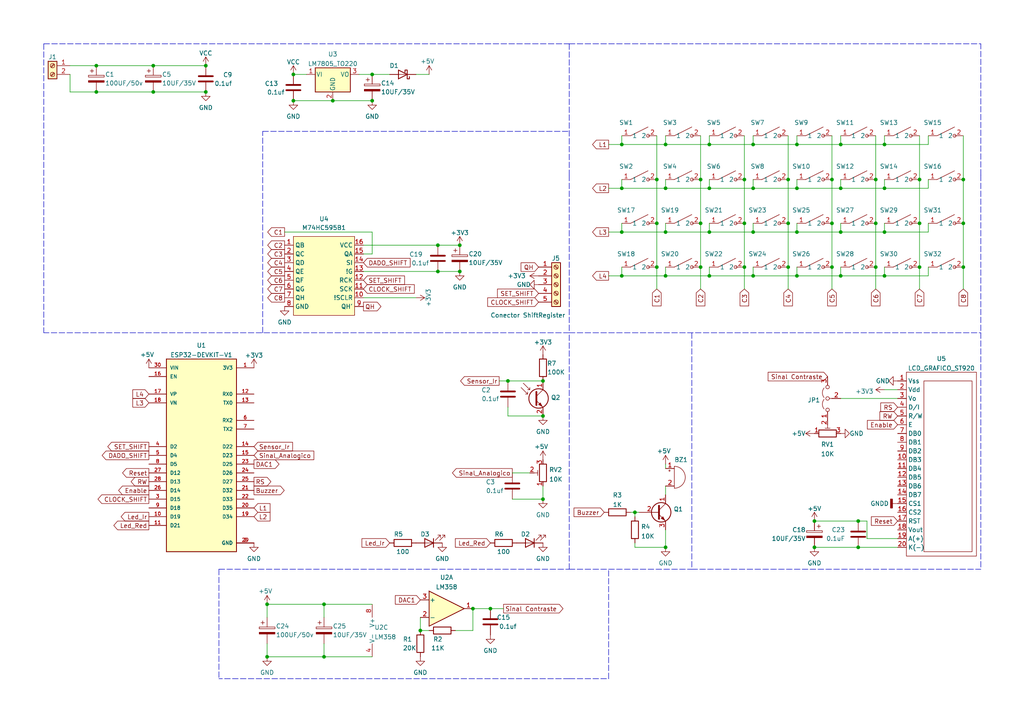
<source format=kicad_sch>
(kicad_sch (version 20211123) (generator eeschema)
  (paper "A4")
  (junction (at 44.45 26.67))
  (junction (at 180.34 54.61))
  (junction (at 231.14 67.31))
  (junction (at 205.74 54.61))
  (junction (at 236.22 151.13))
  (junction (at 157.48 120.65))
  (junction (at 85.09 21.59))
  (junction (at 180.34 80.01))
  (junction (at 59.69 26.67))
  (junction (at 133.35 78.74))
  (junction (at 243.84 54.61))
  (junction (at 133.35 71.12))
  (junction (at 147.32 110.49))
  (junction (at 85.09 29.21))
  (junction (at 157.48 110.49))
  (junction (at 44.45 19.05))
  (junction (at 180.34 67.31))
  (junction (at 203.2 77.47))
  (junction (at 190.5 77.47))
  (junction (at 93.98 190.5))
  (junction (at 243.84 67.31))
  (junction (at 205.74 41.91))
  (junction (at 256.54 80.01))
  (junction (at 193.04 67.31))
  (junction (at 241.3 64.77))
  (junction (at 96.52 29.21))
  (junction (at 266.7 52.07))
  (junction (at 218.44 67.31))
  (junction (at 193.04 41.91))
  (junction (at 279.4 77.47))
  (junction (at 248.92 158.75))
  (junction (at 218.44 54.61))
  (junction (at 279.4 52.07))
  (junction (at 203.2 52.07))
  (junction (at 77.47 175.26))
  (junction (at 180.34 41.91))
  (junction (at 205.74 80.01))
  (junction (at 231.14 54.61))
  (junction (at 59.69 19.05))
  (junction (at 215.9 77.47))
  (junction (at 231.14 41.91))
  (junction (at 228.6 52.07))
  (junction (at 256.54 67.31))
  (junction (at 193.04 158.75))
  (junction (at 184.15 148.59))
  (junction (at 254 52.07))
  (junction (at 228.6 64.77))
  (junction (at 218.44 41.91))
  (junction (at 121.92 182.88))
  (junction (at 215.9 64.77))
  (junction (at 190.5 52.07))
  (junction (at 241.3 77.47))
  (junction (at 266.7 64.77))
  (junction (at 142.24 176.53))
  (junction (at 228.6 77.47))
  (junction (at 266.7 77.47))
  (junction (at 27.94 19.05))
  (junction (at 236.22 158.75))
  (junction (at 107.95 21.59))
  (junction (at 137.16 176.53))
  (junction (at 127 78.74))
  (junction (at 248.92 151.13))
  (junction (at 193.04 54.61))
  (junction (at 279.4 64.77))
  (junction (at 243.84 41.91))
  (junction (at 27.94 26.67))
  (junction (at 215.9 52.07))
  (junction (at 256.54 41.91))
  (junction (at 93.98 175.26))
  (junction (at 203.2 64.77))
  (junction (at 157.48 144.78))
  (junction (at 107.95 29.21))
  (junction (at 231.14 80.01))
  (junction (at 77.47 190.5))
  (junction (at 193.04 80.01))
  (junction (at 190.5 64.77))
  (junction (at 205.74 67.31))
  (junction (at 254 64.77))
  (junction (at 243.84 80.01))
  (junction (at 256.54 54.61))
  (junction (at 127 71.12))
  (junction (at 254 77.47))
  (junction (at 218.44 80.01))
  (junction (at 241.3 52.07))
  (polyline (pts (xy 176.53 165.1) (xy 200.66 165.1)))
  (wire (pts (xy 176.53 54.61) (xy 180.34 54.61)))
  (wire (pts (xy 105.41 73.66) (xy 107.95 73.66)))
  (wire (pts (xy 228.6 52.07) (xy 228.6 64.77)))
  (wire (pts (xy 190.5 77.47) (xy 190.5 83.82)))
  (wire (pts (xy 20.32 21.59) (xy 20.32 26.67)))
  (wire (pts (xy 218.44 41.91) (xy 218.44 39.37)))
  (polyline (pts (xy 76.2 38.1) (xy 165.1 38.1)))
  (wire (pts (xy 144.78 110.49) (xy 147.32 110.49)))
  (wire (pts (xy 231.14 39.37) (xy 231.14 41.91)))
  (wire (pts (xy 254 39.37) (xy 254 52.07)))
  (wire (pts (xy 254 52.07) (xy 254 64.77)))
  (wire (pts (xy 266.7 77.47) (xy 266.7 83.82)))
  (wire (pts (xy 104.14 21.59) (xy 107.95 21.59)))
  (wire (pts (xy 218.44 41.91) (xy 231.14 41.91)))
  (wire (pts (xy 59.69 26.67) (xy 44.45 26.67)))
  (wire (pts (xy 269.24 54.61) (xy 269.24 52.07)))
  (wire (pts (xy 121.92 179.07) (xy 121.92 182.88)))
  (wire (pts (xy 184.15 149.86) (xy 184.15 148.59)))
  (wire (pts (xy 176.53 80.01) (xy 180.34 80.01)))
  (wire (pts (xy 241.3 64.77) (xy 241.3 77.47)))
  (polyline (pts (xy 200.66 96.52) (xy 200.66 165.1)))
  (wire (pts (xy 190.5 39.37) (xy 190.5 52.07)))
  (wire (pts (xy 228.6 39.37) (xy 228.6 52.07)))
  (wire (pts (xy 193.04 67.31) (xy 205.74 67.31)))
  (wire (pts (xy 215.9 52.07) (xy 215.9 64.77)))
  (wire (pts (xy 279.4 52.07) (xy 279.4 64.77)))
  (wire (pts (xy 190.5 52.07) (xy 190.5 64.77)))
  (polyline (pts (xy 165.1 165.1) (xy 176.53 165.1)))
  (wire (pts (xy 193.04 52.07) (xy 193.04 54.61)))
  (wire (pts (xy 266.7 64.77) (xy 266.7 77.47)))
  (wire (pts (xy 205.74 54.61) (xy 218.44 54.61)))
  (wire (pts (xy 260.35 156.21) (xy 251.46 156.21)))
  (wire (pts (xy 20.32 19.05) (xy 27.94 19.05)))
  (wire (pts (xy 193.04 134.62) (xy 193.04 135.89)))
  (wire (pts (xy 279.4 77.47) (xy 279.4 83.82)))
  (wire (pts (xy 251.46 151.13) (xy 248.92 151.13)))
  (wire (pts (xy 157.48 144.78) (xy 157.48 140.97)))
  (polyline (pts (xy 284.48 96.52) (xy 284.48 165.1)))
  (wire (pts (xy 184.15 158.75) (xy 193.04 158.75)))
  (wire (pts (xy 256.54 64.77) (xy 256.54 67.31)))
  (wire (pts (xy 243.84 52.07) (xy 243.84 54.61)))
  (wire (pts (xy 243.84 115.57) (xy 260.35 115.57)))
  (polyline (pts (xy 176.53 196.85) (xy 176.53 165.1)))
  (wire (pts (xy 279.4 39.37) (xy 279.4 52.07)))
  (polyline (pts (xy 12.7 12.7) (xy 165.1 12.7)))
  (wire (pts (xy 105.41 78.74) (xy 127 78.74)))
  (wire (pts (xy 176.53 67.31) (xy 180.34 67.31)))
  (wire (pts (xy 180.34 39.37) (xy 180.34 41.91)))
  (wire (pts (xy 82.55 67.31) (xy 107.95 67.31)))
  (wire (pts (xy 203.2 64.77) (xy 203.2 77.47)))
  (wire (pts (xy 193.04 140.97) (xy 193.04 143.51)))
  (wire (pts (xy 205.74 77.47) (xy 205.74 80.01)))
  (polyline (pts (xy 165.1 165.1) (xy 165.1 96.52)))
  (polyline (pts (xy 200.66 165.1) (xy 284.48 165.1)))
  (wire (pts (xy 266.7 39.37) (xy 266.7 52.07)))
  (wire (pts (xy 218.44 67.31) (xy 218.44 64.77)))
  (wire (pts (xy 193.04 41.91) (xy 205.74 41.91)))
  (wire (pts (xy 96.52 29.21) (xy 107.95 29.21)))
  (wire (pts (xy 218.44 54.61) (xy 218.44 52.07)))
  (wire (pts (xy 256.54 41.91) (xy 269.24 41.91)))
  (wire (pts (xy 180.34 67.31) (xy 193.04 67.31)))
  (wire (pts (xy 77.47 186.69) (xy 77.47 190.5)))
  (wire (pts (xy 251.46 156.21) (xy 251.46 151.13)))
  (wire (pts (xy 241.3 39.37) (xy 241.3 52.07)))
  (wire (pts (xy 218.44 67.31) (xy 231.14 67.31)))
  (wire (pts (xy 147.32 110.49) (xy 157.48 110.49)))
  (wire (pts (xy 193.04 153.67) (xy 193.04 158.75)))
  (wire (pts (xy 243.84 80.01) (xy 256.54 80.01)))
  (wire (pts (xy 266.7 52.07) (xy 266.7 64.77)))
  (wire (pts (xy 231.14 64.77) (xy 231.14 67.31)))
  (polyline (pts (xy 165.1 12.7) (xy 165.1 50.8)))
  (wire (pts (xy 127 71.12) (xy 133.35 71.12)))
  (wire (pts (xy 205.74 52.07) (xy 205.74 54.61)))
  (wire (pts (xy 184.15 157.48) (xy 184.15 158.75)))
  (wire (pts (xy 269.24 67.31) (xy 269.24 64.77)))
  (wire (pts (xy 256.54 77.47) (xy 256.54 80.01)))
  (wire (pts (xy 279.4 64.77) (xy 279.4 77.47)))
  (wire (pts (xy 180.34 54.61) (xy 193.04 54.61)))
  (wire (pts (xy 59.69 19.05) (xy 44.45 19.05)))
  (wire (pts (xy 243.84 67.31) (xy 256.54 67.31)))
  (wire (pts (xy 205.74 80.01) (xy 218.44 80.01)))
  (wire (pts (xy 193.04 54.61) (xy 205.74 54.61)))
  (wire (pts (xy 193.04 77.47) (xy 193.04 80.01)))
  (wire (pts (xy 243.84 39.37) (xy 243.84 41.91)))
  (wire (pts (xy 105.41 71.12) (xy 127 71.12)))
  (wire (pts (xy 231.14 52.07) (xy 231.14 54.61)))
  (wire (pts (xy 193.04 39.37) (xy 193.04 41.91)))
  (wire (pts (xy 121.92 182.88) (xy 124.46 182.88)))
  (wire (pts (xy 241.3 52.07) (xy 241.3 64.77)))
  (wire (pts (xy 147.32 120.65) (xy 157.48 120.65)))
  (polyline (pts (xy 165.1 50.8) (xy 165.1 96.52)))
  (wire (pts (xy 231.14 54.61) (xy 243.84 54.61)))
  (polyline (pts (xy 284.48 50.8) (xy 284.48 96.52)))
  (wire (pts (xy 193.04 80.01) (xy 205.74 80.01)))
  (polyline (pts (xy 12.7 12.7) (xy 12.7 96.52)))
  (wire (pts (xy 243.84 77.47) (xy 243.84 80.01)))
  (wire (pts (xy 256.54 52.07) (xy 256.54 54.61)))
  (wire (pts (xy 203.2 39.37) (xy 203.2 52.07)))
  (wire (pts (xy 107.95 73.66) (xy 107.95 67.31)))
  (wire (pts (xy 218.44 80.01) (xy 231.14 80.01)))
  (wire (pts (xy 137.16 182.88) (xy 132.08 182.88)))
  (polyline (pts (xy 63.5 165.1) (xy 63.5 196.85)))
  (wire (pts (xy 241.3 77.47) (xy 241.3 83.82)))
  (polyline (pts (xy 165.1 96.52) (xy 12.7 96.52)))
  (wire (pts (xy 243.84 64.77) (xy 243.84 67.31)))
  (wire (pts (xy 137.16 176.53) (xy 137.16 182.88)))
  (wire (pts (xy 107.95 175.26) (xy 93.98 175.26)))
  (wire (pts (xy 269.24 80.01) (xy 269.24 77.47)))
  (wire (pts (xy 107.95 21.59) (xy 113.03 21.59)))
  (wire (pts (xy 176.53 41.91) (xy 180.34 41.91)))
  (polyline (pts (xy 165.1 196.85) (xy 176.53 196.85)))
  (wire (pts (xy 93.98 175.26) (xy 77.47 175.26)))
  (wire (pts (xy 190.5 64.77) (xy 190.5 77.47)))
  (wire (pts (xy 215.9 39.37) (xy 215.9 52.07)))
  (wire (pts (xy 93.98 186.69) (xy 93.98 190.5)))
  (polyline (pts (xy 165.1 196.85) (xy 63.5 196.85)))
  (wire (pts (xy 254 64.77) (xy 254 77.47)))
  (wire (pts (xy 243.84 41.91) (xy 256.54 41.91)))
  (wire (pts (xy 77.47 175.26) (xy 77.47 179.07)))
  (wire (pts (xy 203.2 77.47) (xy 203.2 83.82)))
  (wire (pts (xy 120.65 86.36) (xy 105.41 86.36)))
  (wire (pts (xy 147.32 118.11) (xy 147.32 120.65)))
  (wire (pts (xy 205.74 67.31) (xy 218.44 67.31)))
  (wire (pts (xy 205.74 39.37) (xy 205.74 41.91)))
  (wire (pts (xy 256.54 54.61) (xy 269.24 54.61)))
  (wire (pts (xy 148.59 137.16) (xy 153.67 137.16)))
  (wire (pts (xy 27.94 26.67) (xy 44.45 26.67)))
  (wire (pts (xy 231.14 77.47) (xy 231.14 80.01)))
  (wire (pts (xy 44.45 19.05) (xy 27.94 19.05)))
  (wire (pts (xy 180.34 52.07) (xy 180.34 54.61)))
  (polyline (pts (xy 165.1 96.52) (xy 284.48 96.52)))
  (wire (pts (xy 231.14 67.31) (xy 243.84 67.31)))
  (wire (pts (xy 137.16 176.53) (xy 142.24 176.53)))
  (wire (pts (xy 269.24 41.91) (xy 269.24 39.37)))
  (wire (pts (xy 180.34 41.91) (xy 193.04 41.91)))
  (wire (pts (xy 124.46 21.59) (xy 120.65 21.59)))
  (wire (pts (xy 193.04 64.77) (xy 193.04 67.31)))
  (polyline (pts (xy 63.5 165.1) (xy 165.1 165.1)))
  (wire (pts (xy 228.6 77.47) (xy 228.6 83.82)))
  (wire (pts (xy 236.22 158.75) (xy 248.92 158.75)))
  (wire (pts (xy 256.54 80.01) (xy 269.24 80.01)))
  (wire (pts (xy 127 78.74) (xy 133.35 78.74)))
  (wire (pts (xy 218.44 54.61) (xy 231.14 54.61)))
  (wire (pts (xy 205.74 64.77) (xy 205.74 67.31)))
  (wire (pts (xy 146.05 176.53) (xy 142.24 176.53)))
  (wire (pts (xy 248.92 158.75) (xy 260.35 158.75)))
  (wire (pts (xy 256.54 67.31) (xy 269.24 67.31)))
  (wire (pts (xy 85.09 21.59) (xy 88.9 21.59)))
  (wire (pts (xy 77.47 190.5) (xy 93.98 190.5)))
  (wire (pts (xy 93.98 190.5) (xy 107.95 190.5)))
  (wire (pts (xy 20.32 26.67) (xy 27.94 26.67)))
  (wire (pts (xy 215.9 64.77) (xy 215.9 77.47)))
  (polyline (pts (xy 284.48 50.8) (xy 284.48 12.7)))
  (wire (pts (xy 180.34 77.47) (xy 180.34 80.01)))
  (wire (pts (xy 256.54 39.37) (xy 256.54 41.91)))
  (wire (pts (xy 184.15 148.59) (xy 185.42 148.59)))
  (wire (pts (xy 231.14 41.91) (xy 243.84 41.91)))
  (wire (pts (xy 184.15 148.59) (xy 182.88 148.59)))
  (wire (pts (xy 93.98 175.26) (xy 93.98 179.07)))
  (wire (pts (xy 205.74 41.91) (xy 218.44 41.91)))
  (wire (pts (xy 180.34 80.01) (xy 193.04 80.01)))
  (polyline (pts (xy 76.2 96.52) (xy 76.2 38.1)))
  (wire (pts (xy 218.44 80.01) (xy 218.44 77.47)))
  (wire (pts (xy 85.09 29.21) (xy 96.52 29.21)))
  (wire (pts (xy 248.92 151.13) (xy 236.22 151.13)))
  (polyline (pts (xy 165.1 12.7) (xy 284.48 12.7)))
  (wire (pts (xy 260.35 113.03) (xy 256.54 113.03)))
  (wire (pts (xy 243.84 54.61) (xy 256.54 54.61)))
  (wire (pts (xy 215.9 77.47) (xy 215.9 83.82)))
  (wire (pts (xy 228.6 64.77) (xy 228.6 77.47)))
  (wire (pts (xy 254 77.47) (xy 254 83.82)))
  (wire (pts (xy 231.14 80.01) (xy 243.84 80.01)))
  (wire (pts (xy 180.34 64.77) (xy 180.34 67.31)))
  (wire (pts (xy 203.2 52.07) (xy 203.2 64.77)))
  (wire (pts (xy 148.59 144.78) (xy 157.48 144.78)))
  (global_label "Sensor_Ir" (shape input) (at 73.66 129.54 0) (property "Intersheet References" "${INTERSHEET_REFS}" (effects hide)))
  (global_label "Buzzer" (shape input) (at 175.26 148.59 180) (property "Intersheet References" "${INTERSHEET_REFS}" (effects hide)))
  (global_label "C7" (shape input) (at 266.7 83.82 270) (property "Intersheet References" "${INTERSHEET_REFS}" (effects hide)))
  (global_label "RW" (shape output) (at 43.18 139.7 180) (property "Intersheet References" "${INTERSHEET_REFS}" (effects hide)))
  (global_label "C7" (shape output) (at 82.55 83.82 180) (property "Intersheet References" "${INTERSHEET_REFS}" (effects hide)))
  (global_label "DADO_SHIFT" (shape output) (at 43.18 132.08 180) (property "Intersheet References" "${INTERSHEET_REFS}" (effects hide)))
  (global_label "RW" (shape input) (at 260.35 120.65 180) (property "Intersheet References" "${INTERSHEET_REFS}" (effects hide)))
  (global_label "C1" (shape output) (at 82.55 67.31 180) (property "Intersheet References" "${INTERSHEET_REFS}" (effects hide)))
  (global_label "C1" (shape input) (at 190.5 83.82 270) (property "Intersheet References" "${INTERSHEET_REFS}" (effects hide)))
  (global_label "Led_Ir" (shape input) (at 113.03 157.48 180) (property "Intersheet References" "${INTERSHEET_REFS}" (effects hide)))
  (global_label "QH" (shape input) (at 156.21 77.47 180) (property "Intersheet References" "${INTERSHEET_REFS}" (effects hide)))
  (global_label "SET_SHIFT" (shape input) (at 105.41 81.28 0) (property "Intersheet References" "${INTERSHEET_REFS}" (effects hide)))
  (global_label "RS" (shape output) (at 73.66 139.7 0) (property "Intersheet References" "${INTERSHEET_REFS}" (effects hide)))
  (global_label "Sinal_Analogico" (shape output) (at 148.59 137.16 180) (property "Intersheet References" "${INTERSHEET_REFS}" (effects hide)))
  (global_label "SET_SHIFT" (shape input) (at 156.21 85.09 180) (property "Intersheet References" "${INTERSHEET_REFS}" (effects hide)))
  (global_label "Sinal_Analogico" (shape input) (at 73.66 132.08 0) (property "Intersheet References" "${INTERSHEET_REFS}" (effects hide)))
  (global_label "C4" (shape input) (at 228.6 83.82 270) (property "Intersheet References" "${INTERSHEET_REFS}" (effects hide)))
  (global_label "Buzzer" (shape output) (at 73.66 142.24 0) (property "Intersheet References" "${INTERSHEET_REFS}" (effects hide)))
  (global_label "Sensor_Ir" (shape output) (at 144.78 110.49 180) (property "Intersheet References" "${INTERSHEET_REFS}" (effects hide)))
  (global_label "L4" (shape input) (at 43.18 114.3 180) (property "Intersheet References" "${INTERSHEET_REFS}" (effects hide)))
  (global_label "Sinal Contraste" (shape output) (at 146.05 176.53 0) (property "Intersheet References" "${INTERSHEET_REFS}" (effects hide)))
  (global_label "SET_SHIFT" (shape output) (at 43.18 129.54 180) (property "Intersheet References" "${INTERSHEET_REFS}" (effects hide)))
  (global_label "DADO_SHIFT" (shape input) (at 105.41 76.2 0) (property "Intersheet References" "${INTERSHEET_REFS}" (effects hide)))
  (global_label "Sinal Contraste" (shape input) (at 240.03 109.22 180) (property "Intersheet References" "${INTERSHEET_REFS}" (effects hide)))
  (global_label "DAC1" (shape input) (at 121.92 173.99 180) (property "Intersheet References" "${INTERSHEET_REFS}" (effects hide)))
  (global_label "C2" (shape output) (at 82.55 71.12 180) (property "Intersheet References" "${INTERSHEET_REFS}" (effects hide)))
  (global_label "RS" (shape input) (at 260.35 118.11 180) (property "Intersheet References" "${INTERSHEET_REFS}" (effects hide)))
  (global_label "C8" (shape input) (at 279.4 83.82 270) (property "Intersheet References" "${INTERSHEET_REFS}" (effects hide)))
  (global_label "Reset" (shape output) (at 43.18 137.16 180) (property "Intersheet References" "${INTERSHEET_REFS}" (effects hide)))
  (global_label "CLOCK_SHIFT" (shape input) (at 105.41 83.82 0) (property "Intersheet References" "${INTERSHEET_REFS}" (effects hide)))
  (global_label "C6" (shape output) (at 82.55 81.28 180) (property "Intersheet References" "${INTERSHEET_REFS}" (effects hide)))
  (global_label "Led_Red" (shape input) (at 142.24 157.48 180) (property "Intersheet References" "${INTERSHEET_REFS}" (effects hide)))
  (global_label "C8" (shape output) (at 82.55 86.36 180) (property "Intersheet References" "${INTERSHEET_REFS}" (effects hide)))
  (global_label "C3" (shape output) (at 82.55 73.66 180) (property "Intersheet References" "${INTERSHEET_REFS}" (effects hide)))
  (global_label "Enable" (shape output) (at 43.18 142.24 180) (property "Intersheet References" "${INTERSHEET_REFS}" (effects hide)))
  (global_label "C6" (shape input) (at 254 83.82 270) (property "Intersheet References" "${INTERSHEET_REFS}" (effects hide)))
  (global_label "L2" (shape output) (at 176.53 54.61 180) (property "Intersheet References" "${INTERSHEET_REFS}" (effects hide)))
  (global_label "L4" (shape output) (at 176.53 80.01 180) (property "Intersheet References" "${INTERSHEET_REFS}" (effects hide)))
  (global_label "DAC1" (shape output) (at 73.66 134.62 0) (property "Intersheet References" "${INTERSHEET_REFS}" (effects hide)))
  (global_label "CLOCK_SHIFT" (shape input) (at 156.21 87.63 180) (property "Intersheet References" "${INTERSHEET_REFS}" (effects hide)))
  (global_label "CLOCK_SHIFT" (shape output) (at 43.18 144.78 180) (property "Intersheet References" "${INTERSHEET_REFS}" (effects hide)))
  (global_label "C5" (shape output) (at 82.55 78.74 180) (property "Intersheet References" "${INTERSHEET_REFS}" (effects hide)))
  (global_label "L2" (shape input) (at 73.66 149.86 0) (property "Intersheet References" "${INTERSHEET_REFS}" (effects hide)))
  (global_label "L3" (shape input) (at 43.18 116.84 180) (property "Intersheet References" "${INTERSHEET_REFS}" (effects hide)))
  (global_label "Reset" (shape input) (at 260.35 151.13 180) (property "Intersheet References" "${INTERSHEET_REFS}" (effects hide)))
  (global_label "C5" (shape input) (at 241.3 83.82 270) (property "Intersheet References" "${INTERSHEET_REFS}" (effects hide)))
  (global_label "QH" (shape output) (at 105.41 88.9 0) (property "Intersheet References" "${INTERSHEET_REFS}" (effects hide)))
  (global_label "C3" (shape input) (at 215.9 83.82 270) (property "Intersheet References" "${INTERSHEET_REFS}" (effects hide)))
  (global_label "Led_Red" (shape output) (at 43.18 152.4 180) (property "Intersheet References" "${INTERSHEET_REFS}" (effects hide)))
  (global_label "Enable" (shape input) (at 260.35 123.19 180) (property "Intersheet References" "${INTERSHEET_REFS}" (effects hide)))
  (global_label "C2" (shape input) (at 203.2 83.82 270) (property "Intersheet References" "${INTERSHEET_REFS}" (effects hide)))
  (global_label "L1" (shape output) (at 176.53 41.91 180) (property "Intersheet References" "${INTERSHEET_REFS}" (effects hide)))
  (global_label "Led_Ir" (shape output) (at 43.18 149.86 180) (property "Intersheet References" "${INTERSHEET_REFS}" (effects hide)))
  (global_label "L3" (shape output) (at 176.53 67.31 180) (property "Intersheet References" "${INTERSHEET_REFS}" (effects hide)))
  (global_label "C4" (shape output) (at 82.55 76.2 180) (property "Intersheet References" "${INTERSHEET_REFS}" (effects hide)))
  (global_label "L1" (shape input) (at 73.66 147.32 0) (property "Intersheet References" "${INTERSHEET_REFS}" (effects hide)))
  (symbol (lib_id "Biblioteca Geral:chave_tactil") (at 185.42 64.77 0) (unit 1)
    (property "Reference" "SW17" (at 181.61 60.96 0))
    (property "Value" "chave_tactil" (effects hide))
    (property "Footprint" "Button_Switch_THT:SW_PUSH_6mm_H5mm" (effects hide))
  )
  (symbol (lib_id "Device:C_Polarized") (at 236.22 154.94 0) (mirror y) (unit 1)
    (property "Reference" "C18" (at 233.68 153.67 0) (effects (justify left)))
    (property "Value" "10UF/35V" (at 233.68 156.21 0) (effects (justify left)))
    (property "Footprint" "Capacitor_THT:CP_Radial_D5.0mm_P2.50mm" (effects hide))
  )
  (symbol (lib_id "Biblioteca Geral:chave_tactil") (at 210.82 64.77 0) (unit 1)
    (property "Reference" "SW21" (at 207.01 60.96 0))
    (property "Value" "chave_tactil" (effects hide))
    (property "Footprint" "Button_Switch_THT:SW_PUSH_6mm_H5mm" (effects hide))
  )
  (symbol (lib_id "power:VCC") (at 59.69 19.05 0) (unit 1)
    (property "Reference" "#PWR0119" (effects hide))
    (property "Value" "VCC" (at 59.69 15.4455 0))
  )
  (symbol (lib_id "Device:C_Polarized") (at 107.95 25.4 0) (unit 1)
    (property "Reference" "C14" (at 110.49 24.13 0) (effects (justify left)))
    (property "Value" "10UF/35V" (at 110.49 26.67 0) (effects (justify left)))
    (property "Footprint" "Capacitor_THT:CP_Radial_D5.0mm_P2.50mm" (effects hide))
  )
  (symbol (lib_id "Biblioteca Geral:chave_tactil") (at 236.22 52.07 0) (unit 1)
    (property "Reference" "SW10" (at 232.41 48.26 0))
    (property "Value" "chave_tactil" (effects hide))
    (property "Footprint" "Button_Switch_THT:SW_PUSH_6mm_H5mm" (effects hide))
  )
  (symbol (lib_id "Device:C_Polarized") (at 77.47 182.88 0) (unit 1)
    (property "Reference" "C24" (at 80.01 181.61 0) (effects (justify left)))
    (property "Value" "100UF/50v" (at 80.01 184.15 0) (effects (justify left)))
    (property "Footprint" "Capacitor_THT:CP_Radial_D5.0mm_P2.50mm" (effects hide))
  )
  (symbol (lib_id "Biblioteca Geral:chave_tactil") (at 248.92 52.07 0) (unit 1)
    (property "Reference" "SW12" (at 245.11 48.26 0))
    (property "Value" "chave_tactil" (effects hide))
    (property "Footprint" "Button_Switch_THT:SW_PUSH_6mm_H5mm" (effects hide))
  )
  (symbol (lib_id "power:GND") (at 77.47 190.5 0) (unit 1)
    (property "Reference" "#PWR0134" (effects hide))
    (property "Value" "GND" (at 77.47 195.0625 0))
  )
  (symbol (lib_id "power:GND") (at 260.35 110.49 270) (unit 1)
    (property "Reference" "#PWR?" (effects hide))
    (property "Value" "GND" (at 254 110.49 90) (effects (justify left)))
  )
  (symbol (lib_id "Amplifier_Operational:LM358") (at 110.49 182.88 0) (unit 3)
    (property "Reference" "U2" (at 108.585 181.9715 0) (effects (justify left)))
    (property "Value" "LM358" (at 108.585 184.7466 0) (effects (justify left)))
    (property "Footprint" "Package_DIP:DIP-8_W7.62mm_Socket_LongPads" (effects hide))
    (property "Datasheet" "http://www.ti.com/lit/ds/symlink/lm2904-n.pdf" (effects hide))
  )
  (symbol (lib_id "Jumper:Jumper_3_Open") (at 240.03 115.57 90) (unit 1)
    (property "Reference" "JP1" (at 237.8958 116.049 90) (effects (justify left)))
    (property "Value" "Jumper_3_Open" (effects hide))
    (property "Footprint" "Jumper:SolderJumper-3_P1.3mm_Open_Pad1.0x1.5mm_NumberLabels" (effects hide))
  )
  (symbol (lib_id "power:GND") (at 133.35 78.74 0) (unit 1)
    (property "Reference" "#PWR?" (effects hide))
    (property "Value" "GND" (at 133.35 83.3025 0))
  )
  (symbol (lib_id "Device:R") (at 184.15 153.67 180) (unit 1)
    (property "Reference" "R4" (at 185.928 152.7615 0) (effects (justify right)))
    (property "Value" "10K" (at 185.928 155.5366 0) (effects (justify right)))
    (property "Footprint" "Resistor_THT:R_Axial_DIN0207_L6.3mm_D2.5mm_P10.16mm_Horizontal" (effects hide))
  )
  (symbol (lib_id "Device:R") (at 121.92 186.69 0) (unit 1)
    (property "Reference" "R1" (at 116.84 185.42 0) (effects (justify left)))
    (property "Value" "20K" (at 116.84 187.96 0) (effects (justify left)))
    (property "Footprint" "Resistor_THT:R_Axial_DIN0207_L6.3mm_D2.5mm_P10.16mm_Horizontal" (effects hide))
  )
  (symbol (lib_id "Biblioteca Geral:chave_tactil") (at 274.32 52.07 0) (unit 1)
    (property "Reference" "SW16" (at 270.51 48.26 0))
    (property "Value" "chave_tactil" (effects hide))
    (property "Footprint" "Button_Switch_THT:SW_PUSH_6mm_H5mm" (effects hide))
  )
  (symbol (lib_id "power:GND") (at 128.27 157.48 0) (unit 1)
    (property "Reference" "#PWR?" (effects hide))
    (property "Value" "GND" (at 128.27 162.0425 0))
  )
  (symbol (lib_id "Biblioteca Geral:chave_tactil") (at 198.12 64.77 0) (unit 1)
    (property "Reference" "SW19" (at 194.31 60.96 0))
    (property "Value" "chave_tactil" (effects hide))
    (property "Footprint" "Button_Switch_THT:SW_PUSH_6mm_H5mm" (effects hide))
  )
  (symbol (lib_id "Biblioteca Geral:M74HC595B1") (at 93.98 71.12 0) (unit 1)
    (property "Reference" "U4" (at 93.98 63.5 0))
    (property "Value" "M74HC595B1" (at 93.98 66.04 0))
    (property "Footprint" "Package_DIP:DIP-16_W7.62mm_Socket_LongPads" (effects hide))
  )
  (symbol (lib_id "power:+5V") (at 236.22 125.73 90) (mirror x) (unit 1)
    (property "Reference" "#PWR0105" (effects hide))
    (property "Value" "+5V" (at 233.68 125.73 90) (effects (justify left)))
  )
  (symbol (lib_id "Amplifier_Operational:LM358") (at 129.54 176.53 0) (unit 1)
    (property "Reference" "U2" (at 129.54 167.4835 0))
    (property "Value" "LM358" (at 129.54 170.2586 0))
    (property "Footprint" "Package_DIP:DIP-8_W7.62mm_Socket_LongPads" (effects hide))
    (property "Datasheet" "http://www.ti.com/lit/ds/symlink/lm2904-n.pdf" (effects hide))
  )
  (symbol (lib_id "Biblioteca Geral:chave_tactil") (at 274.32 64.77 0) (unit 1)
    (property "Reference" "SW31" (at 270.51 60.96 0))
    (property "Value" "chave_tactil" (effects hide))
    (property "Footprint" "Button_Switch_THT:SW_PUSH_6mm_H5mm" (effects hide))
  )
  (symbol (lib_id "Device:C_Polarized") (at 93.98 182.88 0) (unit 1)
    (property "Reference" "C25" (at 96.52 181.61 0) (effects (justify left)))
    (property "Value" "10UF/35V" (at 96.52 184.15 0) (effects (justify left)))
    (property "Footprint" "Capacitor_THT:CP_Radial_D5.0mm_P2.50mm" (effects hide))
  )
  (symbol (lib_id "Device:C_Polarized") (at 27.94 22.86 0) (unit 1)
    (property "Reference" "C1" (at 30.48 21.59 0) (effects (justify left)))
    (property "Value" "100UF/50v" (at 30.48 24.13 0) (effects (justify left)))
    (property "Footprint" "Capacitor_THT:CP_Radial_D5.0mm_P2.50mm" (effects hide))
  )
  (symbol (lib_id "Biblioteca Geral:chave_tactil") (at 198.12 52.07 0) (unit 1)
    (property "Reference" "SW4" (at 194.31 48.26 0))
    (property "Value" "chave_tactil" (effects hide))
    (property "Footprint" "Button_Switch_THT:SW_PUSH_6mm_H5mm" (effects hide))
  )
  (symbol (lib_id "Biblioteca Geral:chave_tactil") (at 223.52 64.77 0) (unit 1)
    (property "Reference" "SW23" (at 219.71 60.96 0))
    (property "Value" "chave_tactil" (effects hide))
    (property "Footprint" "Button_Switch_THT:SW_PUSH_6mm_H5mm" (effects hide))
  )
  (symbol (lib_id "power:GND") (at 157.48 144.78 0) (unit 1)
    (property "Reference" "#PWR?" (effects hide))
    (property "Value" "GND" (at 157.48 149.3425 0))
  )
  (symbol (lib_id "Device:D_Schottky") (at 116.84 21.59 180) (unit 1)
    (property "Reference" "D1" (at 114.3 19.05 0))
    (property "Value" "D_Schottky" (effects hide))
    (property "Footprint" "Diode_THT:D_A-405_P10.16mm_Horizontal" (effects hide))
  )
  (symbol (lib_id "Biblioteca Geral:chave_tactil") (at 210.82 77.47 0) (unit 1)
    (property "Reference" "SW22" (at 207.01 73.66 0))
    (property "Value" "chave_tactil" (effects hide))
    (property "Footprint" "Button_Switch_THT:SW_PUSH_6mm_H5mm" (effects hide))
  )
  (symbol (lib_id "power:GND") (at 157.48 157.48 0) (unit 1)
    (property "Reference" "#PWR?" (effects hide))
    (property "Value" "GND" (at 157.48 162.0425 0))
  )
  (symbol (lib_id "Device:C_Polarized") (at 133.35 74.93 0) (unit 1)
    (property "Reference" "C20" (at 135.89 73.66 0) (effects (justify left)))
    (property "Value" "10UF/35V" (at 135.89 76.2 0) (effects (justify left)))
    (property "Footprint" "Capacitor_THT:CP_Radial_D5.0mm_P2.50mm" (effects hide))
  )
  (symbol (lib_id "Biblioteca Geral:chave_tactil") (at 236.22 77.47 0) (unit 1)
    (property "Reference" "SW26" (at 232.41 73.66 0))
    (property "Value" "chave_tactil" (effects hide))
    (property "Footprint" "Button_Switch_THT:SW_PUSH_6mm_H5mm" (effects hide))
  )
  (symbol (lib_id "power:GND") (at 73.66 157.48 0) (unit 1)
    (property "Reference" "#PWR?" (effects hide))
    (property "Value" "GND" (at 73.66 162.0425 0))
  )
  (symbol (lib_id "Device:R") (at 146.05 157.48 90) (unit 1)
    (property "Reference" "R6" (at 144.78 154.94 90))
    (property "Value" "100" (at 146.05 160.02 90))
    (property "Footprint" "Resistor_THT:R_Axial_DIN0207_L6.3mm_D2.5mm_P10.16mm_Horizontal" (effects hide))
  )
  (symbol (lib_id "Device:LED") (at 124.46 157.48 180) (unit 1)
    (property "Reference" "D3" (at 121.92 154.94 0) (effects (justify right)))
    (property "Value" "LED_IR" (effects hide))
    (property "Footprint" "LED_THT:LED_D5.0mm" (effects hide))
  )
  (symbol (lib_id "power:GND") (at 236.22 158.75 0) (unit 1)
    (property "Reference" "#PWR?" (effects hide))
    (property "Value" "GND" (at 236.22 163.3125 0))
  )
  (symbol (lib_id "Device:R_Potentiometer_Trim") (at 240.03 125.73 90) (unit 1)
    (property "Reference" "RV1" (at 240.03 128.8955 90))
    (property "Value" "10K" (at 240.03 131.6706 90))
    (property "Footprint" "Potentiometer_THT:Potentiometer_Bourns_3386F_Vertical" (effects hide))
  )
  (symbol (lib_id "Biblioteca Geral:chave_tactil") (at 248.92 77.47 0) (unit 1)
    (property "Reference" "SW28" (at 245.11 73.66 0))
    (property "Value" "chave_tactil" (effects hide))
    (property "Footprint" "Button_Switch_THT:SW_PUSH_6mm_H5mm" (effects hide))
  )
  (symbol (lib_id "Biblioteca Geral:chave_tactil") (at 185.42 52.07 0) (unit 1)
    (property "Reference" "SW2" (at 181.61 48.26 0))
    (property "Value" "chave_tactil" (effects hide))
    (property "Footprint" "Button_Switch_THT:SW_PUSH_6mm_H5mm" (effects hide))
  )
  (symbol (lib_id "Biblioteca Geral:LCD_GRAFITO_ST920") (at 262.89 107.95 0) (unit 1)
    (property "Reference" "U5" (at 273.05 104.0343 0))
    (property "Value" "LCD_GRAFICO_ST920" (at 273.05 106.8094 0))
    (property "Footprint" "Biblioteca Geral:Display 128x64" (effects hide))
    (property "Datasheet" "https://www.waveshare.com/datasheet/LCD_en_PDF/ST7920.pdf" (effects hide))
  )
  (symbol (lib_id "Device:C") (at 85.09 25.4 180) (unit 1)
    (property "Reference" "C13" (at 78.74 24.2358 0))
    (property "Value" "0.1uf" (at 80.01 26.7758 0))
    (property "Footprint" "Capacitor_THT:C_Disc_D7.5mm_W2.5mm_P5.00mm" (effects hide))
  )
  (symbol (lib_id "power:GND") (at 59.69 26.67 0) (unit 1)
    (property "Reference" "#PWR0127" (effects hide))
    (property "Value" "GND" (at 59.69 31.2325 0))
  )
  (symbol (lib_id "Biblioteca Geral:chave_tactil") (at 223.52 39.37 0) (unit 1)
    (property "Reference" "SW7" (at 219.71 35.56 0))
    (property "Value" "chave_tactil" (effects hide))
    (property "Footprint" "Button_Switch_THT:SW_PUSH_6mm_H5mm" (effects hide))
  )
  (symbol (lib_id "power:+5V") (at 124.46 21.59 0) (unit 1)
    (property "Reference" "#PWR0131" (effects hide))
    (property "Value" "+5V" (at 121.92 17.78 0) (effects (justify left)))
  )
  (symbol (lib_id "Biblioteca Geral:chave_tactil") (at 223.52 52.07 0) (unit 1)
    (property "Reference" "SW8" (at 219.71 48.26 0))
    (property "Value" "chave_tactil" (effects hide))
    (property "Footprint" "Button_Switch_THT:SW_PUSH_6mm_H5mm" (effects hide))
  )
  (symbol (lib_id "power:GND") (at 85.09 29.21 0) (unit 1)
    (property "Reference" "#PWR0128" (effects hide))
    (property "Value" "GND" (at 85.09 33.7725 0))
  )
  (symbol (lib_id "power:+3.3V") (at 156.21 80.01 90) (unit 1)
    (property "Reference" "#PWR0101" (effects hide))
    (property "Value" "+3.3V" (at 149.86 80.01 90))
  )
  (symbol (lib_id "Device:Buzzer") (at 195.58 138.43 0) (unit 1)
    (property "Reference" "BZ1" (at 195.58 133.35 0) (effects (justify left)))
    (property "Value" "Buzzer" (effects hide))
    (property "Footprint" "Buzzer_Beeper:Buzzer_12x9.5RM7.6" (effects hide))
  )
  (symbol (lib_id "power:+3.3V") (at 256.54 113.03 90) (mirror x) (unit 1)
    (property "Reference" "#PWR0104" (effects hide))
    (property "Value" "+3.3V" (at 253.365 113.509 90) (effects (justify left)))
  )
  (symbol (lib_id "Biblioteca Geral:chave_tactil") (at 236.22 39.37 0) (unit 1)
    (property "Reference" "SW9" (at 232.41 35.56 0))
    (property "Value" "chave_tactil" (effects hide))
    (property "Footprint" "Button_Switch_THT:SW_PUSH_6mm_H5mm" (effects hide))
  )
  (symbol (lib_id "Biblioteca Geral:chave_tactil") (at 185.42 77.47 0) (unit 1)
    (property "Reference" "SW18" (at 181.61 73.66 0))
    (property "Value" "chave_tactil" (effects hide))
    (property "Footprint" "Button_Switch_THT:SW_PUSH_6mm_H5mm" (effects hide))
  )
  (symbol (lib_id "Biblioteca Geral:chave_tactil") (at 261.62 39.37 0) (unit 1)
    (property "Reference" "SW13" (at 257.81 35.56 0))
    (property "Value" "chave_tactil" (effects hide))
    (property "Footprint" "Button_Switch_THT:SW_PUSH_6mm_H5mm" (effects hide))
  )
  (symbol (lib_id "Regulator_Linear:LM7805_TO220") (at 96.52 21.59 0) (unit 1)
    (property "Reference" "U3" (at 96.52 15.7185 0))
    (property "Value" "LM7805_TO220" (at 96.52 18.4936 0))
    (property "Footprint" "Package_TO_SOT_THT:TO-220-3_Horizontal_TabDown" (effects hide))
    (property "Datasheet" "https://www.onsemi.cn/PowerSolutions/document/MC7800-D.PDF" (effects hide))
  )
  (symbol (lib_id "Device:R_Potentiometer_Trim") (at 157.48 137.16 180) (unit 1)
    (property "Reference" "RV2" (at 159.258 136.2515 0) (effects (justify right)))
    (property "Value" "10K" (at 159.258 139.0266 0) (effects (justify right)))
    (property "Footprint" "Potentiometer_THT:Potentiometer_Bourns_3386F_Vertical" (effects hide))
  )
  (symbol (lib_id "power:GND") (at 82.55 88.9 0) (unit 1)
    (property "Reference" "#PWR?" (effects hide))
    (property "Value" "GND" (at 82.55 93.4625 0))
  )
  (symbol (lib_id "Device:LED") (at 153.67 157.48 180) (unit 1)
    (property "Reference" "D2" (at 152.4 154.94 0))
    (property "Value" "LED_RED" (effects hide))
    (property "Footprint" "LED_THT:LED_D5.0mm" (effects hide))
  )
  (symbol (lib_id "Device:C") (at 148.59 140.97 180) (unit 1)
    (property "Reference" "C3" (at 142.24 139.8058 0))
    (property "Value" "0.1uf" (at 143.51 142.3458 0))
    (property "Footprint" "Capacitor_THT:C_Disc_D7.5mm_W2.5mm_P5.00mm" (effects hide))
  )
  (symbol (lib_id "Connector:Screw_Terminal_01x05") (at 161.29 82.55 0) (unit 1)
    (property "Reference" "J5" (at 160.02 74.93 0) (effects (justify left)))
    (property "Value" "Conector ShiftRegister" (at 142.24 91.44 0) (effects (justify left)))
    (property "Footprint" "Connector_PinHeader_2.54mm:PinHeader_1x05_P2.54mm_Horizontal" (effects hide))
  )
  (symbol (lib_id "Device:Q_NPN_CBE") (at 190.5 148.59 0) (unit 1)
    (property "Reference" "Q1" (at 195.3514 147.6815 0) (effects (justify left)))
    (property "Value" "Q_NPN_CBE" (effects hide))
    (property "Footprint" "Package_TO_SOT_THT:TO-92L_Inline" (effects hide))
  )
  (symbol (lib_id "Device:C") (at 147.32 114.3 180) (unit 1)
    (property "Reference" "C2" (at 140.97 113.1358 0))
    (property "Value" "0.1uf" (at 142.24 115.6758 0))
    (property "Footprint" "Capacitor_THT:C_Disc_D7.5mm_W2.5mm_P5.00mm" (effects hide))
  )
  (symbol (lib_id "Device:R") (at 179.07 148.59 90) (unit 1)
    (property "Reference" "R3" (at 179.07 143.6075 90))
    (property "Value" "1K" (at 179.07 146.3826 90))
    (property "Footprint" "Resistor_THT:R_Axial_DIN0207_L6.3mm_D2.5mm_P10.16mm_Horizontal" (effects hide))
  )
  (symbol (lib_id "Biblioteca Geral:chave_tactil") (at 236.22 64.77 0) (unit 1)
    (property "Reference" "SW25" (at 232.41 60.96 0))
    (property "Value" "chave_tactil" (effects hide))
    (property "Footprint" "Button_Switch_THT:SW_PUSH_6mm_H5mm" (effects hide))
  )
  (symbol (lib_id "power:+3.3V") (at 120.65 86.36 270) (unit 1)
    (property "Reference" "#PWR0110" (effects hide))
    (property "Value" "+3.3V" (at 124.2545 86.36 0))
  )
  (symbol (lib_id "Biblioteca Geral:chave_tactil") (at 185.42 39.37 0) (unit 1)
    (property "Reference" "SW1" (at 181.61 35.56 0))
    (property "Value" "chave_tactil" (effects hide))
    (property "Footprint" "Button_Switch_THT:SW_PUSH_6mm_H5mm" (effects hide))
  )
  (symbol (lib_id "power:GND") (at 142.24 184.15 0) (unit 1)
    (property "Reference" "#PWR0132" (effects hide))
    (property "Value" "GND" (at 142.24 188.7125 0))
  )
  (symbol (lib_id "power:GND") (at 156.21 82.55 270) (unit 1)
    (property "Reference" "#PWR?" (effects hide))
    (property "Value" "GND" (at 149.86 82.55 90) (effects (justify left)))
  )
  (symbol (lib_id "Biblioteca Geral:chave_tactil") (at 210.82 39.37 0) (unit 1)
    (property "Reference" "SW5" (at 207.01 35.56 0))
    (property "Value" "chave_tactil" (effects hide))
    (property "Footprint" "Button_Switch_THT:SW_PUSH_6mm_H5mm" (effects hide))
  )
  (symbol (lib_id "Device:C_Polarized") (at 44.45 22.86 0) (unit 1)
    (property "Reference" "C5" (at 46.99 21.59 0) (effects (justify left)))
    (property "Value" "10UF/35V" (at 46.99 24.13 0) (effects (justify left)))
    (property "Footprint" "Capacitor_THT:CP_Radial_D5.0mm_P2.50mm" (effects hide))
  )
  (symbol (lib_id "Biblioteca Geral:chave_tactil") (at 248.92 39.37 0) (unit 1)
    (property "Reference" "SW11" (at 245.11 35.56 0))
    (property "Value" "chave_tactil" (effects hide))
    (property "Footprint" "Button_Switch_THT:SW_PUSH_6mm_H5mm" (effects hide))
  )
  (symbol (lib_id "Device:C") (at 59.69 22.86 0) (mirror x) (unit 1)
    (property "Reference" "C9" (at 66.04 21.6958 0))
    (property "Value" "0.1uf" (at 64.77 24.2358 0))
    (property "Footprint" "Capacitor_THT:C_Disc_D7.5mm_W2.5mm_P5.00mm" (effects hide))
  )
  (symbol (lib_id "Biblioteca Geral:chave_tactil") (at 274.32 77.47 0) (unit 1)
    (property "Reference" "SW32" (at 270.51 73.66 0))
    (property "Value" "chave_tactil" (effects hide))
    (property "Footprint" "Button_Switch_THT:SW_PUSH_6mm_H5mm" (effects hide))
  )
  (symbol (lib_id "power:GNDD") (at 260.35 146.05 270) (mirror x) (unit 1)
    (property "Reference" "#PWR0106" (effects hide))
    (property "Value" "GNDD" (at 257.81 146.05 90) (effects (justify right)))
  )
  (symbol (lib_id "power:GND") (at 243.84 125.73 90) (unit 1)
    (property "Reference" "#PWR?" (effects hide))
    (property "Value" "GND" (at 246.38 125.73 90) (effects (justify right)))
  )
  (symbol (lib_id "power:+3.3V") (at 73.66 106.68 0) (unit 1)
    (property "Reference" "#PWR0117" (effects hide))
    (property "Value" "+3.3V" (at 73.66 103.0755 0))
  )
  (symbol (lib_id "Biblioteca Geral:chave_tactil") (at 274.32 39.37 0) (unit 1)
    (property "Reference" "SW15" (at 270.51 35.56 0))
    (property "Value" "chave_tactil" (effects hide))
    (property "Footprint" "Button_Switch_THT:SW_PUSH_6mm_H5mm" (effects hide))
  )
  (symbol (lib_id "power:+5V") (at 193.04 134.62 0) (unit 1)
    (property "Reference" "#PWR0113" (effects hide))
    (property "Value" "+5V" (at 190.5 130.81 0) (effects (justify left)))
  )
  (symbol (lib_id "Connector:Screw_Terminal_01x02") (at 15.24 19.05 0) (mirror y) (unit 1)
    (property "Reference" "J1" (at 15.24 16.51 0))
    (property "Value" "Screw_Terminal_01x02" (effects hide))
    (property "Footprint" "Connector_PinHeader_2.54mm:PinHeader_1x02_P2.54mm_Vertical" (effects hide))
  )
  (symbol (lib_id "power:+3.3V") (at 157.48 102.87 0) (unit 1)
    (property "Reference" "#PWR0120" (effects hide))
    (property "Value" "+3.3V" (at 157.48 99.2655 0))
  )
  (symbol (lib_id "Biblioteca Geral:chave_tactil") (at 248.92 64.77 0) (unit 1)
    (property "Reference" "SW27" (at 245.11 60.96 0))
    (property "Value" "chave_tactil" (effects hide))
    (property "Footprint" "Button_Switch_THT:SW_PUSH_6mm_H5mm" (effects hide))
  )
  (symbol (lib_id "power:GND") (at 107.95 29.21 0) (unit 1)
    (property "Reference" "#PWR0130" (effects hide))
    (property "Value" "GND" (at 107.95 33.7725 0))
  )
  (symbol (lib_id "Device:Q_Photo_NPN") (at 154.94 115.57 0) (unit 1)
    (property "Reference" "Q2" (at 159.7914 115.2997 0) (effects (justify left)))
    (property "Value" "Q_Photo_NPN" (effects hide))
    (property "Footprint" "LED_THT:LED_D5.0mm" (effects hide))
  )
  (symbol (lib_id "power:GND") (at 193.04 158.75 0) (unit 1)
    (property "Reference" "#PWR?" (effects hide))
    (property "Value" "GND" (at 193.04 163.3125 0))
  )
  (symbol (lib_id "power:+5V") (at 157.48 133.35 0) (unit 1)
    (property "Reference" "#PWR0123" (effects hide))
    (property "Value" "+5V" (at 154.94 129.54 0) (effects (justify left)))
  )
  (symbol (lib_id "power:+5V") (at 236.22 151.13 0) (mirror y) (unit 1)
    (property "Reference" "#PWR0107" (effects hide))
    (property "Value" "+5V" (at 236.22 147.5255 0))
  )
  (symbol (lib_id "Device:C") (at 248.92 154.94 0) (mirror y) (unit 1)
    (property "Reference" "C23" (at 245.11 153.6699 0) (effects (justify left)))
    (property "Value" "0.1uF" (at 245.11 156.2099 0) (effects (justify left)))
    (property "Footprint" "Capacitor_THT:C_Disc_D7.5mm_W2.5mm_P5.00mm" (effects hide))
  )
  (symbol (lib_id "power:GND") (at 157.48 120.65 0) (unit 1)
    (property "Reference" "#PWR?" (effects hide))
    (property "Value" "GND" (at 157.48 125.2125 0))
  )
  (symbol (lib_id "Device:R") (at 128.27 182.88 90) (unit 1)
    (property "Reference" "R2" (at 127 185.42 90))
    (property "Value" "11K" (at 127 187.96 90))
    (property "Footprint" "Resistor_THT:R_Axial_DIN0207_L6.3mm_D2.5mm_P10.16mm_Horizontal" (effects hide))
  )
  (symbol (lib_id "Device:R") (at 116.84 157.48 90) (unit 1)
    (property "Reference" "R5" (at 115.57 154.94 90))
    (property "Value" "100" (at 116.84 160.02 90))
    (property "Footprint" "Resistor_THT:R_Axial_DIN0207_L6.3mm_D2.5mm_P10.16mm_Horizontal" (effects hide))
  )
  (symbol (lib_id "Biblioteca Geral:ESP32-DEVKIT-V1") (at 58.42 132.08 0) (unit 1)
    (property "Reference" "U1" (at 58.42 100.1735 0))
    (property "Value" "ESP32-DEVKIT-V1" (at 58.42 102.9486 0))
    (property "Footprint" "MODULE_ESP32_DEVKIT_V1" (effects hide))
    (property "STANDARD" "Manufacturer Recommendations" (effects hide))
    (property "MAXIMUM_PACKAGE_HEIGHT" "6.8 mm" (effects hide))
    (property "MANUFACTURER" "DOIT" (effects hide))
    (property "PARTREV" "N/A" (effects hide))
  )
  (symbol (lib_id "Biblioteca Geral:chave_tactil") (at 261.62 52.07 0) (unit 1)
    (property "Reference" "SW14" (at 257.81 48.26 0))
    (property "Value" "chave_tactil" (effects hide))
    (property "Footprint" "Button_Switch_THT:SW_PUSH_6mm_H5mm" (effects hide))
  )
  (symbol (lib_id "power:+5V") (at 77.47 175.26 0) (unit 1)
    (property "Reference" "#PWR0133" (effects hide))
    (property "Value" "+5V" (at 74.93 171.45 0) (effects (justify left)))
  )
  (symbol (lib_id "Device:C") (at 142.24 180.34 0) (mirror x) (unit 1)
    (property "Reference" "C15" (at 146.05 179.07 0))
    (property "Value" "0.1uf" (at 147.32 181.7158 0))
    (property "Footprint" "Capacitor_THT:C_Disc_D7.5mm_W2.5mm_P5.00mm" (effects hide))
  )
  (symbol (lib_id "Biblioteca Geral:chave_tactil") (at 210.82 52.07 0) (unit 1)
    (property "Reference" "SW6" (at 207.01 48.26 0))
    (property "Value" "chave_tactil" (effects hide))
    (property "Footprint" "Button_Switch_THT:SW_PUSH_6mm_H5mm" (effects hide))
  )
  (symbol (lib_id "power:GND") (at 121.92 190.5 0) (unit 1)
    (property "Reference" "#PWR0122" (effects hide))
    (property "Value" "GND" (at 121.92 195.0625 0))
  )
  (symbol (lib_id "Biblioteca Geral:chave_tactil") (at 261.62 77.47 0) (unit 1)
    (property "Reference" "SW30" (at 257.81 73.66 0))
    (property "Value" "chave_tactil" (effects hide))
    (property "Footprint" "Button_Switch_THT:SW_PUSH_6mm_H5mm" (effects hide))
  )
  (symbol (lib_id "Device:C") (at 127 74.93 180) (unit 1)
    (property "Reference" "C19" (at 120.65 73.7658 0))
    (property "Value" "0.1uf" (at 121.92 76.3058 0))
    (property "Footprint" "Capacitor_THT:C_Disc_D7.5mm_W2.5mm_P5.00mm" (effects hide))
  )
  (symbol (lib_id "Biblioteca Geral:chave_tactil") (at 198.12 39.37 0) (unit 1)
    (property "Reference" "SW3" (at 194.31 35.56 0))
    (property "Value" "chave_tactil" (effects hide))
    (property "Footprint" "Button_Switch_THT:SW_PUSH_6mm_H5mm" (effects hide))
  )
  (symbol (lib_id "power:+5V") (at 43.18 106.68 0) (unit 1)
    (property "Reference" "#PWR0116" (effects hide))
    (property "Value" "+5V" (at 40.64 102.87 0) (effects (justify left)))
  )
  (symbol (lib_id "Biblioteca Geral:chave_tactil") (at 198.12 77.47 0) (unit 1)
    (property "Reference" "SW20" (at 194.31 73.66 0))
    (property "Value" "chave_tactil" (effects hide))
    (property "Footprint" "Button_Switch_THT:SW_PUSH_6mm_H5mm" (effects hide))
  )
  (symbol (lib_id "Biblioteca Geral:chave_tactil") (at 223.52 77.47 0) (unit 1)
    (property "Reference" "SW24" (at 219.71 73.66 0))
    (property "Value" "chave_tactil" (effects hide))
    (property "Footprint" "Button_Switch_THT:SW_PUSH_6mm_H5mm" (effects hide))
  )
  (symbol (lib_id "Device:R") (at 157.48 106.68 180) (unit 1)
    (property "Reference" "R7" (at 160.02 105.41 0))
    (property "Value" "100K" (at 161.29 107.95 0))
    (property "Footprint" "Resistor_THT:R_Axial_DIN0207_L6.3mm_D2.5mm_P10.16mm_Horizontal" (effects hide))
  )
  (symbol (lib_id "power:VCC") (at 85.09 21.59 0) (unit 1)
    (property "Reference" "#PWR0129" (effects hide))
    (property "Value" "VCC" (at 85.09 17.9855 0))
  )
  (symbol (lib_id "power:+3.3V") (at 133.35 71.12 0) (unit 1)
    (property "Reference" "#PWR0112" (effects hide))
    (property "Value" "+3.3V" (at 133.35 67.5155 0))
  )
  (symbol (lib_id "Biblioteca Geral:chave_tactil") (at 261.62 64.77 0) (unit 1)
    (property "Reference" "SW29" (at 257.81 60.96 0))
    (property "Value" "chave_tactil" (effects hide))
    (property "Footprint" "Button_Switch_THT:SW_PUSH_6mm_H5mm" (effects hide))
  )
)
</source>
